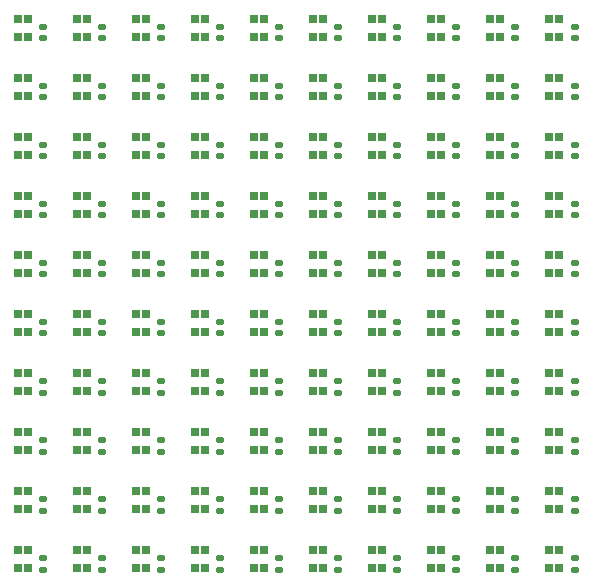
<source format=gbr>
%TF.GenerationSoftware,KiCad,Pcbnew,8.0.2*%
%TF.CreationDate,2024-07-01T22:54:51-05:00*%
%TF.ProjectId,pixel_grid,70697865-6c5f-4677-9269-642e6b696361,rev?*%
%TF.SameCoordinates,Original*%
%TF.FileFunction,Paste,Top*%
%TF.FilePolarity,Positive*%
%FSLAX46Y46*%
G04 Gerber Fmt 4.6, Leading zero omitted, Abs format (unit mm)*
G04 Created by KiCad (PCBNEW 8.0.2) date 2024-07-01 22:54:51*
%MOMM*%
%LPD*%
G01*
G04 APERTURE LIST*
G04 Aperture macros list*
%AMRoundRect*
0 Rectangle with rounded corners*
0 $1 Rounding radius*
0 $2 $3 $4 $5 $6 $7 $8 $9 X,Y pos of 4 corners*
0 Add a 4 corners polygon primitive as box body*
4,1,4,$2,$3,$4,$5,$6,$7,$8,$9,$2,$3,0*
0 Add four circle primitives for the rounded corners*
1,1,$1+$1,$2,$3*
1,1,$1+$1,$4,$5*
1,1,$1+$1,$6,$7*
1,1,$1+$1,$8,$9*
0 Add four rect primitives between the rounded corners*
20,1,$1+$1,$2,$3,$4,$5,0*
20,1,$1+$1,$4,$5,$6,$7,0*
20,1,$1+$1,$6,$7,$8,$9,0*
20,1,$1+$1,$8,$9,$2,$3,0*%
G04 Aperture macros list end*
%ADD10R,0.650000X0.800000*%
%ADD11RoundRect,0.140000X0.170000X-0.140000X0.170000X0.140000X-0.170000X0.140000X-0.170000X-0.140000X0*%
G04 APERTURE END LIST*
D10*
%TO.C,D100*%
X65425000Y-64250000D03*
X65425000Y-65750000D03*
X64575000Y-64250000D03*
X64575000Y-65750000D03*
%TD*%
%TO.C,D99*%
X60425000Y-64250000D03*
X60425000Y-65750000D03*
X59575000Y-64250000D03*
X59575000Y-65750000D03*
%TD*%
%TO.C,D98*%
X55425000Y-64250000D03*
X55425000Y-65750000D03*
X54575000Y-64250000D03*
X54575000Y-65750000D03*
%TD*%
%TO.C,D97*%
X50425000Y-64250000D03*
X50425000Y-65750000D03*
X49575000Y-64250000D03*
X49575000Y-65750000D03*
%TD*%
%TO.C,D96*%
X45425000Y-64250000D03*
X45425000Y-65750000D03*
X44575000Y-64250000D03*
X44575000Y-65750000D03*
%TD*%
%TO.C,D95*%
X40425000Y-64250000D03*
X40425000Y-65750000D03*
X39575000Y-64250000D03*
X39575000Y-65750000D03*
%TD*%
%TO.C,D94*%
X35425000Y-64250000D03*
X35425000Y-65750000D03*
X34575000Y-64250000D03*
X34575000Y-65750000D03*
%TD*%
%TO.C,D93*%
X30425000Y-64250000D03*
X30425000Y-65750000D03*
X29575000Y-64250000D03*
X29575000Y-65750000D03*
%TD*%
%TO.C,D92*%
X25425000Y-64250000D03*
X25425000Y-65750000D03*
X24575000Y-64250000D03*
X24575000Y-65750000D03*
%TD*%
%TO.C,D91*%
X20425000Y-64250000D03*
X20425000Y-65750000D03*
X19575000Y-64250000D03*
X19575000Y-65750000D03*
%TD*%
%TO.C,D90*%
X65425000Y-59250000D03*
X65425000Y-60750000D03*
X64575000Y-59250000D03*
X64575000Y-60750000D03*
%TD*%
%TO.C,D89*%
X60425000Y-59250000D03*
X60425000Y-60750000D03*
X59575000Y-59250000D03*
X59575000Y-60750000D03*
%TD*%
%TO.C,D88*%
X55425000Y-59250000D03*
X55425000Y-60750000D03*
X54575000Y-59250000D03*
X54575000Y-60750000D03*
%TD*%
%TO.C,D87*%
X50425000Y-59250000D03*
X50425000Y-60750000D03*
X49575000Y-59250000D03*
X49575000Y-60750000D03*
%TD*%
%TO.C,D86*%
X45425000Y-59250000D03*
X45425000Y-60750000D03*
X44575000Y-59250000D03*
X44575000Y-60750000D03*
%TD*%
%TO.C,D85*%
X40425000Y-59250000D03*
X40425000Y-60750000D03*
X39575000Y-59250000D03*
X39575000Y-60750000D03*
%TD*%
%TO.C,D84*%
X35425000Y-59250000D03*
X35425000Y-60750000D03*
X34575000Y-59250000D03*
X34575000Y-60750000D03*
%TD*%
%TO.C,D83*%
X30425000Y-59250000D03*
X30425000Y-60750000D03*
X29575000Y-59250000D03*
X29575000Y-60750000D03*
%TD*%
%TO.C,D82*%
X25425000Y-59250000D03*
X25425000Y-60750000D03*
X24575000Y-59250000D03*
X24575000Y-60750000D03*
%TD*%
%TO.C,D81*%
X20425000Y-59250000D03*
X20425000Y-60750000D03*
X19575000Y-59250000D03*
X19575000Y-60750000D03*
%TD*%
%TO.C,D80*%
X65425000Y-54250000D03*
X65425000Y-55750000D03*
X64575000Y-54250000D03*
X64575000Y-55750000D03*
%TD*%
%TO.C,D79*%
X60425000Y-54250000D03*
X60425000Y-55750000D03*
X59575000Y-54250000D03*
X59575000Y-55750000D03*
%TD*%
%TO.C,D78*%
X55425000Y-54250000D03*
X55425000Y-55750000D03*
X54575000Y-54250000D03*
X54575000Y-55750000D03*
%TD*%
%TO.C,D77*%
X50425000Y-54250000D03*
X50425000Y-55750000D03*
X49575000Y-54250000D03*
X49575000Y-55750000D03*
%TD*%
%TO.C,D76*%
X45425000Y-54250000D03*
X45425000Y-55750000D03*
X44575000Y-54250000D03*
X44575000Y-55750000D03*
%TD*%
%TO.C,D75*%
X40425000Y-54250000D03*
X40425000Y-55750000D03*
X39575000Y-54250000D03*
X39575000Y-55750000D03*
%TD*%
%TO.C,D74*%
X35425000Y-54250000D03*
X35425000Y-55750000D03*
X34575000Y-54250000D03*
X34575000Y-55750000D03*
%TD*%
%TO.C,D73*%
X30425000Y-54250000D03*
X30425000Y-55750000D03*
X29575000Y-54250000D03*
X29575000Y-55750000D03*
%TD*%
%TO.C,D72*%
X25425000Y-54250000D03*
X25425000Y-55750000D03*
X24575000Y-54250000D03*
X24575000Y-55750000D03*
%TD*%
%TO.C,D71*%
X20425000Y-54250000D03*
X20425000Y-55750000D03*
X19575000Y-54250000D03*
X19575000Y-55750000D03*
%TD*%
%TO.C,D70*%
X65425000Y-49250000D03*
X65425000Y-50750000D03*
X64575000Y-49250000D03*
X64575000Y-50750000D03*
%TD*%
%TO.C,D69*%
X60425000Y-49250000D03*
X60425000Y-50750000D03*
X59575000Y-49250000D03*
X59575000Y-50750000D03*
%TD*%
%TO.C,D68*%
X55425000Y-49250000D03*
X55425000Y-50750000D03*
X54575000Y-49250000D03*
X54575000Y-50750000D03*
%TD*%
%TO.C,D67*%
X50425000Y-49250000D03*
X50425000Y-50750000D03*
X49575000Y-49250000D03*
X49575000Y-50750000D03*
%TD*%
%TO.C,D66*%
X45425000Y-49250000D03*
X45425000Y-50750000D03*
X44575000Y-49250000D03*
X44575000Y-50750000D03*
%TD*%
%TO.C,D65*%
X40425000Y-49250000D03*
X40425000Y-50750000D03*
X39575000Y-49250000D03*
X39575000Y-50750000D03*
%TD*%
%TO.C,D64*%
X35425000Y-49250000D03*
X35425000Y-50750000D03*
X34575000Y-49250000D03*
X34575000Y-50750000D03*
%TD*%
%TO.C,D63*%
X30425000Y-49250000D03*
X30425000Y-50750000D03*
X29575000Y-49250000D03*
X29575000Y-50750000D03*
%TD*%
%TO.C,D62*%
X25425000Y-49250000D03*
X25425000Y-50750000D03*
X24575000Y-49250000D03*
X24575000Y-50750000D03*
%TD*%
%TO.C,D61*%
X20425000Y-49250000D03*
X20425000Y-50750000D03*
X19575000Y-49250000D03*
X19575000Y-50750000D03*
%TD*%
%TO.C,D60*%
X65425000Y-44250000D03*
X65425000Y-45750000D03*
X64575000Y-44250000D03*
X64575000Y-45750000D03*
%TD*%
%TO.C,D59*%
X60425000Y-44250000D03*
X60425000Y-45750000D03*
X59575000Y-44250000D03*
X59575000Y-45750000D03*
%TD*%
%TO.C,D58*%
X55425000Y-44250000D03*
X55425000Y-45750000D03*
X54575000Y-44250000D03*
X54575000Y-45750000D03*
%TD*%
%TO.C,D57*%
X50425000Y-44250000D03*
X50425000Y-45750000D03*
X49575000Y-44250000D03*
X49575000Y-45750000D03*
%TD*%
%TO.C,D56*%
X45425000Y-44250000D03*
X45425000Y-45750000D03*
X44575000Y-44250000D03*
X44575000Y-45750000D03*
%TD*%
%TO.C,D55*%
X40425000Y-44250000D03*
X40425000Y-45750000D03*
X39575000Y-44250000D03*
X39575000Y-45750000D03*
%TD*%
%TO.C,D54*%
X35425000Y-44250000D03*
X35425000Y-45750000D03*
X34575000Y-44250000D03*
X34575000Y-45750000D03*
%TD*%
%TO.C,D53*%
X30425000Y-44250000D03*
X30425000Y-45750000D03*
X29575000Y-44250000D03*
X29575000Y-45750000D03*
%TD*%
%TO.C,D52*%
X25425000Y-44250000D03*
X25425000Y-45750000D03*
X24575000Y-44250000D03*
X24575000Y-45750000D03*
%TD*%
%TO.C,D51*%
X20425000Y-44250000D03*
X20425000Y-45750000D03*
X19575000Y-44250000D03*
X19575000Y-45750000D03*
%TD*%
%TO.C,D50*%
X65425000Y-39250000D03*
X65425000Y-40750000D03*
X64575000Y-39250000D03*
X64575000Y-40750000D03*
%TD*%
%TO.C,D49*%
X60425000Y-39250000D03*
X60425000Y-40750000D03*
X59575000Y-39250000D03*
X59575000Y-40750000D03*
%TD*%
%TO.C,D48*%
X55425000Y-39250000D03*
X55425000Y-40750000D03*
X54575000Y-39250000D03*
X54575000Y-40750000D03*
%TD*%
%TO.C,D47*%
X50425000Y-39250000D03*
X50425000Y-40750000D03*
X49575000Y-39250000D03*
X49575000Y-40750000D03*
%TD*%
%TO.C,D46*%
X45425000Y-39250000D03*
X45425000Y-40750000D03*
X44575000Y-39250000D03*
X44575000Y-40750000D03*
%TD*%
%TO.C,D45*%
X40425000Y-39250000D03*
X40425000Y-40750000D03*
X39575000Y-39250000D03*
X39575000Y-40750000D03*
%TD*%
%TO.C,D44*%
X35425000Y-39250000D03*
X35425000Y-40750000D03*
X34575000Y-39250000D03*
X34575000Y-40750000D03*
%TD*%
%TO.C,D43*%
X30425000Y-39250000D03*
X30425000Y-40750000D03*
X29575000Y-39250000D03*
X29575000Y-40750000D03*
%TD*%
%TO.C,D42*%
X25425000Y-39250000D03*
X25425000Y-40750000D03*
X24575000Y-39250000D03*
X24575000Y-40750000D03*
%TD*%
%TO.C,D41*%
X20425000Y-39250000D03*
X20425000Y-40750000D03*
X19575000Y-39250000D03*
X19575000Y-40750000D03*
%TD*%
%TO.C,D40*%
X65425000Y-34250000D03*
X65425000Y-35750000D03*
X64575000Y-34250000D03*
X64575000Y-35750000D03*
%TD*%
%TO.C,D39*%
X60425000Y-34250000D03*
X60425000Y-35750000D03*
X59575000Y-34250000D03*
X59575000Y-35750000D03*
%TD*%
%TO.C,D38*%
X55425000Y-34250000D03*
X55425000Y-35750000D03*
X54575000Y-34250000D03*
X54575000Y-35750000D03*
%TD*%
%TO.C,D37*%
X50425000Y-34250000D03*
X50425000Y-35750000D03*
X49575000Y-34250000D03*
X49575000Y-35750000D03*
%TD*%
%TO.C,D36*%
X45425000Y-34250000D03*
X45425000Y-35750000D03*
X44575000Y-34250000D03*
X44575000Y-35750000D03*
%TD*%
%TO.C,D35*%
X40425000Y-34250000D03*
X40425000Y-35750000D03*
X39575000Y-34250000D03*
X39575000Y-35750000D03*
%TD*%
%TO.C,D34*%
X35425000Y-34250000D03*
X35425000Y-35750000D03*
X34575000Y-34250000D03*
X34575000Y-35750000D03*
%TD*%
%TO.C,D33*%
X30425000Y-34250000D03*
X30425000Y-35750000D03*
X29575000Y-34250000D03*
X29575000Y-35750000D03*
%TD*%
%TO.C,D32*%
X25425000Y-34250000D03*
X25425000Y-35750000D03*
X24575000Y-34250000D03*
X24575000Y-35750000D03*
%TD*%
%TO.C,D31*%
X20425000Y-34250000D03*
X20425000Y-35750000D03*
X19575000Y-34250000D03*
X19575000Y-35750000D03*
%TD*%
%TO.C,D30*%
X65425000Y-29250000D03*
X65425000Y-30750000D03*
X64575000Y-29250000D03*
X64575000Y-30750000D03*
%TD*%
%TO.C,D29*%
X60425000Y-29250000D03*
X60425000Y-30750000D03*
X59575000Y-29250000D03*
X59575000Y-30750000D03*
%TD*%
%TO.C,D28*%
X55425000Y-29250000D03*
X55425000Y-30750000D03*
X54575000Y-29250000D03*
X54575000Y-30750000D03*
%TD*%
%TO.C,D27*%
X50425000Y-29250000D03*
X50425000Y-30750000D03*
X49575000Y-29250000D03*
X49575000Y-30750000D03*
%TD*%
%TO.C,D26*%
X45425000Y-29250000D03*
X45425000Y-30750000D03*
X44575000Y-29250000D03*
X44575000Y-30750000D03*
%TD*%
%TO.C,D25*%
X40425000Y-29250000D03*
X40425000Y-30750000D03*
X39575000Y-29250000D03*
X39575000Y-30750000D03*
%TD*%
%TO.C,D24*%
X35425000Y-29250000D03*
X35425000Y-30750000D03*
X34575000Y-29250000D03*
X34575000Y-30750000D03*
%TD*%
%TO.C,D23*%
X30425000Y-29250000D03*
X30425000Y-30750000D03*
X29575000Y-29250000D03*
X29575000Y-30750000D03*
%TD*%
%TO.C,D22*%
X25425000Y-29250000D03*
X25425000Y-30750000D03*
X24575000Y-29250000D03*
X24575000Y-30750000D03*
%TD*%
%TO.C,D21*%
X20425000Y-29250000D03*
X20425000Y-30750000D03*
X19575000Y-29250000D03*
X19575000Y-30750000D03*
%TD*%
%TO.C,D20*%
X65425000Y-24250000D03*
X65425000Y-25750000D03*
X64575000Y-24250000D03*
X64575000Y-25750000D03*
%TD*%
%TO.C,D19*%
X60425000Y-24250000D03*
X60425000Y-25750000D03*
X59575000Y-24250000D03*
X59575000Y-25750000D03*
%TD*%
%TO.C,D18*%
X55425000Y-24250000D03*
X55425000Y-25750000D03*
X54575000Y-24250000D03*
X54575000Y-25750000D03*
%TD*%
%TO.C,D17*%
X50425000Y-24250000D03*
X50425000Y-25750000D03*
X49575000Y-24250000D03*
X49575000Y-25750000D03*
%TD*%
%TO.C,D16*%
X45425000Y-24250000D03*
X45425000Y-25750000D03*
X44575000Y-24250000D03*
X44575000Y-25750000D03*
%TD*%
%TO.C,D15*%
X40425000Y-24250000D03*
X40425000Y-25750000D03*
X39575000Y-24250000D03*
X39575000Y-25750000D03*
%TD*%
%TO.C,D14*%
X35425000Y-24250000D03*
X35425000Y-25750000D03*
X34575000Y-24250000D03*
X34575000Y-25750000D03*
%TD*%
%TO.C,D13*%
X30425000Y-24250000D03*
X30425000Y-25750000D03*
X29575000Y-24250000D03*
X29575000Y-25750000D03*
%TD*%
%TO.C,D12*%
X25425000Y-24250000D03*
X25425000Y-25750000D03*
X24575000Y-24250000D03*
X24575000Y-25750000D03*
%TD*%
%TO.C,D11*%
X20425000Y-24250000D03*
X20425000Y-25750000D03*
X19575000Y-24250000D03*
X19575000Y-25750000D03*
%TD*%
%TO.C,D10*%
X65425000Y-19250000D03*
X65425000Y-20750000D03*
X64575000Y-19250000D03*
X64575000Y-20750000D03*
%TD*%
%TO.C,D9*%
X60425000Y-19250000D03*
X60425000Y-20750000D03*
X59575000Y-19250000D03*
X59575000Y-20750000D03*
%TD*%
%TO.C,D8*%
X55425000Y-19250000D03*
X55425000Y-20750000D03*
X54575000Y-19250000D03*
X54575000Y-20750000D03*
%TD*%
%TO.C,D7*%
X50425000Y-19250000D03*
X50425000Y-20750000D03*
X49575000Y-19250000D03*
X49575000Y-20750000D03*
%TD*%
%TO.C,D6*%
X45425000Y-19250000D03*
X45425000Y-20750000D03*
X44575000Y-19250000D03*
X44575000Y-20750000D03*
%TD*%
%TO.C,D5*%
X40425000Y-19250000D03*
X40425000Y-20750000D03*
X39575000Y-19250000D03*
X39575000Y-20750000D03*
%TD*%
%TO.C,D4*%
X35425000Y-19250000D03*
X35425000Y-20750000D03*
X34575000Y-19250000D03*
X34575000Y-20750000D03*
%TD*%
%TO.C,D3*%
X30425000Y-19250000D03*
X30425000Y-20750000D03*
X29575000Y-19250000D03*
X29575000Y-20750000D03*
%TD*%
%TO.C,D2*%
X25425000Y-19250000D03*
X25425000Y-20750000D03*
X24575000Y-19250000D03*
X24575000Y-20750000D03*
%TD*%
%TO.C,D1*%
X20425000Y-19250000D03*
X20425000Y-20750000D03*
X19575000Y-19250000D03*
X19575000Y-20750000D03*
%TD*%
D11*
%TO.C,C100*%
X66700000Y-65880000D03*
X66700000Y-64920000D03*
%TD*%
%TO.C,C99*%
X61700000Y-65880000D03*
X61700000Y-64920000D03*
%TD*%
%TO.C,C98*%
X56700000Y-65880000D03*
X56700000Y-64920000D03*
%TD*%
%TO.C,C97*%
X51700000Y-65880000D03*
X51700000Y-64920000D03*
%TD*%
%TO.C,C96*%
X46700000Y-65880000D03*
X46700000Y-64920000D03*
%TD*%
%TO.C,C95*%
X41700000Y-65880000D03*
X41700000Y-64920000D03*
%TD*%
%TO.C,C94*%
X36700000Y-65880000D03*
X36700000Y-64920000D03*
%TD*%
%TO.C,C93*%
X31700000Y-65880000D03*
X31700000Y-64920000D03*
%TD*%
%TO.C,C92*%
X26700000Y-65880000D03*
X26700000Y-64920000D03*
%TD*%
%TO.C,C91*%
X21700000Y-65880000D03*
X21700000Y-64920000D03*
%TD*%
%TO.C,C90*%
X66700000Y-60880000D03*
X66700000Y-59920000D03*
%TD*%
%TO.C,C89*%
X61700000Y-60880000D03*
X61700000Y-59920000D03*
%TD*%
%TO.C,C88*%
X56700000Y-60880000D03*
X56700000Y-59920000D03*
%TD*%
%TO.C,C87*%
X51700000Y-60880000D03*
X51700000Y-59920000D03*
%TD*%
%TO.C,C86*%
X46700000Y-60880000D03*
X46700000Y-59920000D03*
%TD*%
%TO.C,C85*%
X41700000Y-60880000D03*
X41700000Y-59920000D03*
%TD*%
%TO.C,C84*%
X36700000Y-60880000D03*
X36700000Y-59920000D03*
%TD*%
%TO.C,C83*%
X31700000Y-60880000D03*
X31700000Y-59920000D03*
%TD*%
%TO.C,C82*%
X26700000Y-60880000D03*
X26700000Y-59920000D03*
%TD*%
%TO.C,C81*%
X21700000Y-60880000D03*
X21700000Y-59920000D03*
%TD*%
%TO.C,C80*%
X66700000Y-55880000D03*
X66700000Y-54920000D03*
%TD*%
%TO.C,C79*%
X61700000Y-55880000D03*
X61700000Y-54920000D03*
%TD*%
%TO.C,C78*%
X56700000Y-55880000D03*
X56700000Y-54920000D03*
%TD*%
%TO.C,C77*%
X51700000Y-55880000D03*
X51700000Y-54920000D03*
%TD*%
%TO.C,C76*%
X46700000Y-55880000D03*
X46700000Y-54920000D03*
%TD*%
%TO.C,C75*%
X41700000Y-55880000D03*
X41700000Y-54920000D03*
%TD*%
%TO.C,C74*%
X36700000Y-55880000D03*
X36700000Y-54920000D03*
%TD*%
%TO.C,C73*%
X31700000Y-55880000D03*
X31700000Y-54920000D03*
%TD*%
%TO.C,C72*%
X26700000Y-55880000D03*
X26700000Y-54920000D03*
%TD*%
%TO.C,C71*%
X21700000Y-55880000D03*
X21700000Y-54920000D03*
%TD*%
%TO.C,C70*%
X66700000Y-50880000D03*
X66700000Y-49920000D03*
%TD*%
%TO.C,C69*%
X61700000Y-50880000D03*
X61700000Y-49920000D03*
%TD*%
%TO.C,C68*%
X56700000Y-50880000D03*
X56700000Y-49920000D03*
%TD*%
%TO.C,C67*%
X51700000Y-50880000D03*
X51700000Y-49920000D03*
%TD*%
%TO.C,C66*%
X46700000Y-50880000D03*
X46700000Y-49920000D03*
%TD*%
%TO.C,C65*%
X41700000Y-50880000D03*
X41700000Y-49920000D03*
%TD*%
%TO.C,C64*%
X36700000Y-50880000D03*
X36700000Y-49920000D03*
%TD*%
%TO.C,C63*%
X31700000Y-50880000D03*
X31700000Y-49920000D03*
%TD*%
%TO.C,C62*%
X26700000Y-50880000D03*
X26700000Y-49920000D03*
%TD*%
%TO.C,C61*%
X21700000Y-50880000D03*
X21700000Y-49920000D03*
%TD*%
%TO.C,C60*%
X66700000Y-45880000D03*
X66700000Y-44920000D03*
%TD*%
%TO.C,C59*%
X61700000Y-45880000D03*
X61700000Y-44920000D03*
%TD*%
%TO.C,C58*%
X56700000Y-45880000D03*
X56700000Y-44920000D03*
%TD*%
%TO.C,C57*%
X51700000Y-45880000D03*
X51700000Y-44920000D03*
%TD*%
%TO.C,C56*%
X46700000Y-45880000D03*
X46700000Y-44920000D03*
%TD*%
%TO.C,C55*%
X41700000Y-45880000D03*
X41700000Y-44920000D03*
%TD*%
%TO.C,C54*%
X36700000Y-45880000D03*
X36700000Y-44920000D03*
%TD*%
%TO.C,C53*%
X31700000Y-45880000D03*
X31700000Y-44920000D03*
%TD*%
%TO.C,C52*%
X26700000Y-45880000D03*
X26700000Y-44920000D03*
%TD*%
%TO.C,C51*%
X21700000Y-45880000D03*
X21700000Y-44920000D03*
%TD*%
%TO.C,C50*%
X66700000Y-40880000D03*
X66700000Y-39920000D03*
%TD*%
%TO.C,C49*%
X61700000Y-40880000D03*
X61700000Y-39920000D03*
%TD*%
%TO.C,C48*%
X56700000Y-40880000D03*
X56700000Y-39920000D03*
%TD*%
%TO.C,C47*%
X51700000Y-40880000D03*
X51700000Y-39920000D03*
%TD*%
%TO.C,C46*%
X46700000Y-40880000D03*
X46700000Y-39920000D03*
%TD*%
%TO.C,C45*%
X41700000Y-40880000D03*
X41700000Y-39920000D03*
%TD*%
%TO.C,C44*%
X36700000Y-40880000D03*
X36700000Y-39920000D03*
%TD*%
%TO.C,C43*%
X31700000Y-40880000D03*
X31700000Y-39920000D03*
%TD*%
%TO.C,C42*%
X26700000Y-40880000D03*
X26700000Y-39920000D03*
%TD*%
%TO.C,C41*%
X21700000Y-40880000D03*
X21700000Y-39920000D03*
%TD*%
%TO.C,C40*%
X66700000Y-35880000D03*
X66700000Y-34920000D03*
%TD*%
%TO.C,C39*%
X61700000Y-35880000D03*
X61700000Y-34920000D03*
%TD*%
%TO.C,C38*%
X56700000Y-35880000D03*
X56700000Y-34920000D03*
%TD*%
%TO.C,C37*%
X51700000Y-35880000D03*
X51700000Y-34920000D03*
%TD*%
%TO.C,C36*%
X46700000Y-35880000D03*
X46700000Y-34920000D03*
%TD*%
%TO.C,C35*%
X41700000Y-35880000D03*
X41700000Y-34920000D03*
%TD*%
%TO.C,C34*%
X36700000Y-35880000D03*
X36700000Y-34920000D03*
%TD*%
%TO.C,C33*%
X31700000Y-35880000D03*
X31700000Y-34920000D03*
%TD*%
%TO.C,C32*%
X26700000Y-35880000D03*
X26700000Y-34920000D03*
%TD*%
%TO.C,C31*%
X21700000Y-35880000D03*
X21700000Y-34920000D03*
%TD*%
%TO.C,C30*%
X66700000Y-30880000D03*
X66700000Y-29920000D03*
%TD*%
%TO.C,C29*%
X61700000Y-30880000D03*
X61700000Y-29920000D03*
%TD*%
%TO.C,C28*%
X56700000Y-30880000D03*
X56700000Y-29920000D03*
%TD*%
%TO.C,C27*%
X51700000Y-30880000D03*
X51700000Y-29920000D03*
%TD*%
%TO.C,C26*%
X46700000Y-30880000D03*
X46700000Y-29920000D03*
%TD*%
%TO.C,C25*%
X41700000Y-30880000D03*
X41700000Y-29920000D03*
%TD*%
%TO.C,C24*%
X36700000Y-30880000D03*
X36700000Y-29920000D03*
%TD*%
%TO.C,C23*%
X31700000Y-30880000D03*
X31700000Y-29920000D03*
%TD*%
%TO.C,C22*%
X26700000Y-30880000D03*
X26700000Y-29920000D03*
%TD*%
%TO.C,C21*%
X21700000Y-30880000D03*
X21700000Y-29920000D03*
%TD*%
%TO.C,C20*%
X66700000Y-25880000D03*
X66700000Y-24920000D03*
%TD*%
%TO.C,C19*%
X61700000Y-25880000D03*
X61700000Y-24920000D03*
%TD*%
%TO.C,C18*%
X56700000Y-25880000D03*
X56700000Y-24920000D03*
%TD*%
%TO.C,C17*%
X51700000Y-25880000D03*
X51700000Y-24920000D03*
%TD*%
%TO.C,C16*%
X46700000Y-25880000D03*
X46700000Y-24920000D03*
%TD*%
%TO.C,C15*%
X41700000Y-25880000D03*
X41700000Y-24920000D03*
%TD*%
%TO.C,C14*%
X36700000Y-25880000D03*
X36700000Y-24920000D03*
%TD*%
%TO.C,C13*%
X31700000Y-25880000D03*
X31700000Y-24920000D03*
%TD*%
%TO.C,C12*%
X26700000Y-25880000D03*
X26700000Y-24920000D03*
%TD*%
%TO.C,C11*%
X21700000Y-25880000D03*
X21700000Y-24920000D03*
%TD*%
%TO.C,C10*%
X66700000Y-20880000D03*
X66700000Y-19920000D03*
%TD*%
%TO.C,C9*%
X61700000Y-20880000D03*
X61700000Y-19920000D03*
%TD*%
%TO.C,C8*%
X56700000Y-20880000D03*
X56700000Y-19920000D03*
%TD*%
%TO.C,C7*%
X51700000Y-20880000D03*
X51700000Y-19920000D03*
%TD*%
%TO.C,C6*%
X46700000Y-20880000D03*
X46700000Y-19920000D03*
%TD*%
%TO.C,C5*%
X41700000Y-20880000D03*
X41700000Y-19920000D03*
%TD*%
%TO.C,C4*%
X36700000Y-20880000D03*
X36700000Y-19920000D03*
%TD*%
%TO.C,C3*%
X31700000Y-20880000D03*
X31700000Y-19920000D03*
%TD*%
%TO.C,C2*%
X26700000Y-20880000D03*
X26700000Y-19920000D03*
%TD*%
%TO.C,C1*%
X21700000Y-20880000D03*
X21700000Y-19920000D03*
%TD*%
M02*

</source>
